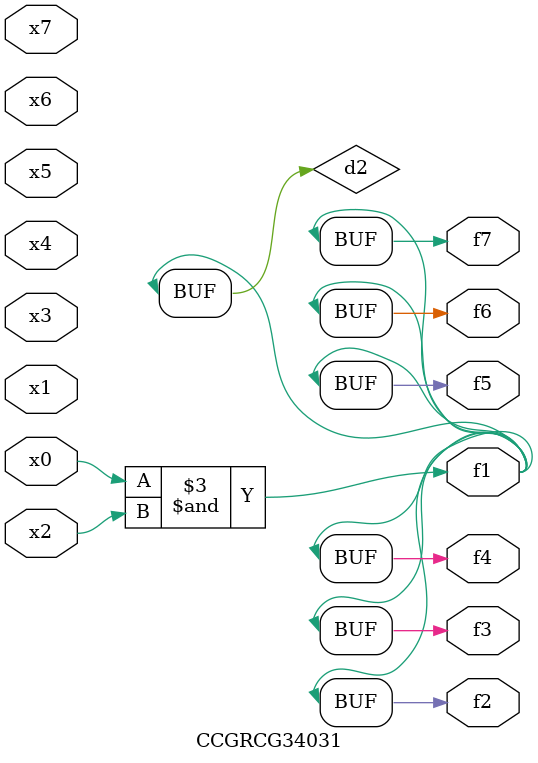
<source format=v>
module CCGRCG34031(
	input x0, x1, x2, x3, x4, x5, x6, x7,
	output f1, f2, f3, f4, f5, f6, f7
);

	wire d1, d2;

	nor (d1, x3, x6);
	and (d2, x0, x2);
	assign f1 = d2;
	assign f2 = d2;
	assign f3 = d2;
	assign f4 = d2;
	assign f5 = d2;
	assign f6 = d2;
	assign f7 = d2;
endmodule

</source>
